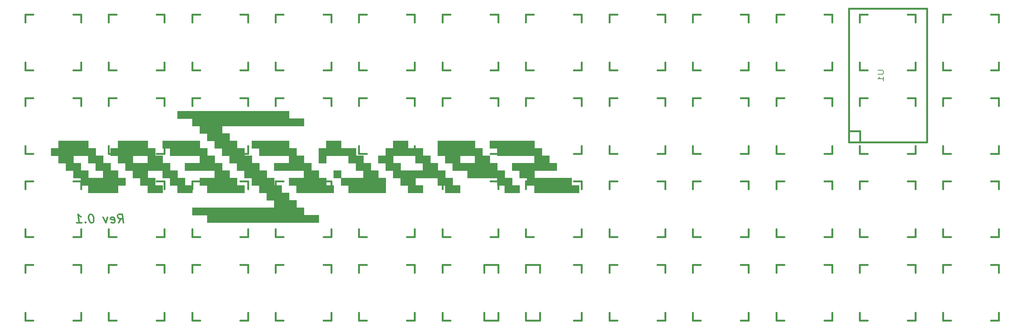
<source format=gbo>
G04 #@! TF.GenerationSoftware,KiCad,Pcbnew,(5.0.2-5-10.14)*
G04 #@! TF.CreationDate,2019-03-11T15:43:47+02:00*
G04 #@! TF.ProjectId,1_proto,315f7072-6f74-46f2-9e6b-696361645f70,rev?*
G04 #@! TF.SameCoordinates,Original*
G04 #@! TF.FileFunction,Legend,Bot*
G04 #@! TF.FilePolarity,Positive*
%FSLAX46Y46*%
G04 Gerber Fmt 4.6, Leading zero omitted, Abs format (unit mm)*
G04 Created by KiCad (PCBNEW (5.0.2-5-10.14)) date Monday, March 11, 2019 at 03:43:47 PM*
%MOMM*%
%LPD*%
G01*
G04 APERTURE LIST*
%ADD10C,0.300000*%
%ADD11C,0.381000*%
%ADD12C,0.010000*%
%ADD13C,0.203200*%
G04 APERTURE END LIST*
D10*
X57892827Y-122654761D02*
X58440446Y-121702380D01*
X59035684Y-122654761D02*
X58785684Y-120654761D01*
X58023779Y-120654761D01*
X57845208Y-120750000D01*
X57761875Y-120845238D01*
X57690446Y-121035714D01*
X57726160Y-121321428D01*
X57845208Y-121511904D01*
X57952351Y-121607142D01*
X58154732Y-121702380D01*
X58916636Y-121702380D01*
X56261875Y-122559523D02*
X56464255Y-122654761D01*
X56845208Y-122654761D01*
X57023779Y-122559523D01*
X57095208Y-122369047D01*
X56999970Y-121607142D01*
X56880922Y-121416666D01*
X56678541Y-121321428D01*
X56297589Y-121321428D01*
X56119017Y-121416666D01*
X56047589Y-121607142D01*
X56071398Y-121797619D01*
X57047589Y-121988095D01*
X55345208Y-121321428D02*
X55035684Y-122654761D01*
X54392827Y-121321428D01*
X51642827Y-120654761D02*
X51452351Y-120654761D01*
X51273779Y-120750000D01*
X51190446Y-120845238D01*
X51119017Y-121035714D01*
X51071398Y-121416666D01*
X51130922Y-121892857D01*
X51273779Y-122273809D01*
X51392827Y-122464285D01*
X51499970Y-122559523D01*
X51702351Y-122654761D01*
X51892827Y-122654761D01*
X52071398Y-122559523D01*
X52154732Y-122464285D01*
X52226160Y-122273809D01*
X52273779Y-121892857D01*
X52214255Y-121416666D01*
X52071398Y-121035714D01*
X51952351Y-120845238D01*
X51845208Y-120750000D01*
X51642827Y-120654761D01*
X50345208Y-122464285D02*
X50261875Y-122559523D01*
X50369017Y-122654761D01*
X50452351Y-122559523D01*
X50345208Y-122464285D01*
X50369017Y-122654761D01*
X48369017Y-122654761D02*
X49511875Y-122654761D01*
X48940446Y-122654761D02*
X48690446Y-120654761D01*
X48916636Y-120940476D01*
X49130922Y-121130952D01*
X49333303Y-121226190D01*
D11*
G04 #@! TO.C,K28*
X144350000Y-133928000D02*
X144350000Y-132150000D01*
X144350000Y-144850000D02*
X144350000Y-143072000D01*
X142572000Y-144850000D02*
X144350000Y-144850000D01*
X131650000Y-144850000D02*
X133428000Y-144850000D01*
X131650000Y-143072000D02*
X131650000Y-144850000D01*
X131650000Y-132150000D02*
X131650000Y-133928000D01*
X133428000Y-132150000D02*
X131650000Y-132150000D01*
X144350000Y-132150000D02*
X142572000Y-132150000D01*
G04 #@! TO.C,K24*
X163350000Y-132150000D02*
X161572000Y-132150000D01*
X152428000Y-132150000D02*
X150650000Y-132150000D01*
X150650000Y-132150000D02*
X150650000Y-133928000D01*
X150650000Y-143072000D02*
X150650000Y-144850000D01*
X150650000Y-144850000D02*
X152428000Y-144850000D01*
X161572000Y-144850000D02*
X163350000Y-144850000D01*
X163350000Y-144850000D02*
X163350000Y-143072000D01*
X163350000Y-133928000D02*
X163350000Y-132150000D01*
G04 #@! TO.C,K24-A1*
X153850000Y-133928000D02*
X153850000Y-132150000D01*
X153850000Y-144850000D02*
X153850000Y-143072000D01*
X152072000Y-144850000D02*
X153850000Y-144850000D01*
X141150000Y-144850000D02*
X142928000Y-144850000D01*
X141150000Y-143072000D02*
X141150000Y-144850000D01*
X141150000Y-132150000D02*
X141150000Y-133928000D01*
X142928000Y-132150000D02*
X141150000Y-132150000D01*
X153850000Y-132150000D02*
X152072000Y-132150000D01*
G04 #@! TO.C,K10*
X220350000Y-94150000D02*
X218572000Y-94150000D01*
X209428000Y-94150000D02*
X207650000Y-94150000D01*
X207650000Y-94150000D02*
X207650000Y-95928000D01*
X207650000Y-105072000D02*
X207650000Y-106850000D01*
X207650000Y-106850000D02*
X209428000Y-106850000D01*
X218572000Y-106850000D02*
X220350000Y-106850000D01*
X220350000Y-106850000D02*
X220350000Y-105072000D01*
X220350000Y-95928000D02*
X220350000Y-94150000D01*
G04 #@! TO.C,K11*
X220350000Y-113150000D02*
X218572000Y-113150000D01*
X209428000Y-113150000D02*
X207650000Y-113150000D01*
X207650000Y-113150000D02*
X207650000Y-114928000D01*
X207650000Y-124072000D02*
X207650000Y-125850000D01*
X207650000Y-125850000D02*
X209428000Y-125850000D01*
X218572000Y-125850000D02*
X220350000Y-125850000D01*
X220350000Y-125850000D02*
X220350000Y-124072000D01*
X220350000Y-114928000D02*
X220350000Y-113150000D01*
G04 #@! TO.C,K12*
X220350000Y-132150000D02*
X218572000Y-132150000D01*
X209428000Y-132150000D02*
X207650000Y-132150000D01*
X207650000Y-132150000D02*
X207650000Y-133928000D01*
X207650000Y-143072000D02*
X207650000Y-144850000D01*
X207650000Y-144850000D02*
X209428000Y-144850000D01*
X218572000Y-144850000D02*
X220350000Y-144850000D01*
X220350000Y-144850000D02*
X220350000Y-143072000D01*
X220350000Y-133928000D02*
X220350000Y-132150000D01*
G04 #@! TO.C,K13*
X201350000Y-75150000D02*
X199572000Y-75150000D01*
X190428000Y-75150000D02*
X188650000Y-75150000D01*
X188650000Y-75150000D02*
X188650000Y-76928000D01*
X188650000Y-86072000D02*
X188650000Y-87850000D01*
X188650000Y-87850000D02*
X190428000Y-87850000D01*
X199572000Y-87850000D02*
X201350000Y-87850000D01*
X201350000Y-87850000D02*
X201350000Y-86072000D01*
X201350000Y-76928000D02*
X201350000Y-75150000D01*
G04 #@! TO.C,K14*
X201350000Y-94150000D02*
X199572000Y-94150000D01*
X190428000Y-94150000D02*
X188650000Y-94150000D01*
X188650000Y-94150000D02*
X188650000Y-95928000D01*
X188650000Y-105072000D02*
X188650000Y-106850000D01*
X188650000Y-106850000D02*
X190428000Y-106850000D01*
X199572000Y-106850000D02*
X201350000Y-106850000D01*
X201350000Y-106850000D02*
X201350000Y-105072000D01*
X201350000Y-95928000D02*
X201350000Y-94150000D01*
G04 #@! TO.C,K15*
X201350000Y-113150000D02*
X199572000Y-113150000D01*
X190428000Y-113150000D02*
X188650000Y-113150000D01*
X188650000Y-113150000D02*
X188650000Y-114928000D01*
X188650000Y-124072000D02*
X188650000Y-125850000D01*
X188650000Y-125850000D02*
X190428000Y-125850000D01*
X199572000Y-125850000D02*
X201350000Y-125850000D01*
X201350000Y-125850000D02*
X201350000Y-124072000D01*
X201350000Y-114928000D02*
X201350000Y-113150000D01*
G04 #@! TO.C,K16*
X201350000Y-132150000D02*
X199572000Y-132150000D01*
X190428000Y-132150000D02*
X188650000Y-132150000D01*
X188650000Y-132150000D02*
X188650000Y-133928000D01*
X188650000Y-143072000D02*
X188650000Y-144850000D01*
X188650000Y-144850000D02*
X190428000Y-144850000D01*
X199572000Y-144850000D02*
X201350000Y-144850000D01*
X201350000Y-144850000D02*
X201350000Y-143072000D01*
X201350000Y-133928000D02*
X201350000Y-132150000D01*
G04 #@! TO.C,K17*
X182350000Y-75150000D02*
X180572000Y-75150000D01*
X171428000Y-75150000D02*
X169650000Y-75150000D01*
X169650000Y-75150000D02*
X169650000Y-76928000D01*
X169650000Y-86072000D02*
X169650000Y-87850000D01*
X169650000Y-87850000D02*
X171428000Y-87850000D01*
X180572000Y-87850000D02*
X182350000Y-87850000D01*
X182350000Y-87850000D02*
X182350000Y-86072000D01*
X182350000Y-76928000D02*
X182350000Y-75150000D01*
G04 #@! TO.C,K18*
X182350000Y-94150000D02*
X180572000Y-94150000D01*
X171428000Y-94150000D02*
X169650000Y-94150000D01*
X169650000Y-94150000D02*
X169650000Y-95928000D01*
X169650000Y-105072000D02*
X169650000Y-106850000D01*
X169650000Y-106850000D02*
X171428000Y-106850000D01*
X180572000Y-106850000D02*
X182350000Y-106850000D01*
X182350000Y-106850000D02*
X182350000Y-105072000D01*
X182350000Y-95928000D02*
X182350000Y-94150000D01*
G04 #@! TO.C,K19*
X182350000Y-113150000D02*
X180572000Y-113150000D01*
X171428000Y-113150000D02*
X169650000Y-113150000D01*
X169650000Y-113150000D02*
X169650000Y-114928000D01*
X169650000Y-124072000D02*
X169650000Y-125850000D01*
X169650000Y-125850000D02*
X171428000Y-125850000D01*
X180572000Y-125850000D02*
X182350000Y-125850000D01*
X182350000Y-125850000D02*
X182350000Y-124072000D01*
X182350000Y-114928000D02*
X182350000Y-113150000D01*
G04 #@! TO.C,K20*
X182350000Y-132150000D02*
X180572000Y-132150000D01*
X171428000Y-132150000D02*
X169650000Y-132150000D01*
X169650000Y-132150000D02*
X169650000Y-133928000D01*
X169650000Y-143072000D02*
X169650000Y-144850000D01*
X169650000Y-144850000D02*
X171428000Y-144850000D01*
X180572000Y-144850000D02*
X182350000Y-144850000D01*
X182350000Y-144850000D02*
X182350000Y-143072000D01*
X182350000Y-133928000D02*
X182350000Y-132150000D01*
G04 #@! TO.C,K21*
X163350000Y-75150000D02*
X161572000Y-75150000D01*
X152428000Y-75150000D02*
X150650000Y-75150000D01*
X150650000Y-75150000D02*
X150650000Y-76928000D01*
X150650000Y-86072000D02*
X150650000Y-87850000D01*
X150650000Y-87850000D02*
X152428000Y-87850000D01*
X161572000Y-87850000D02*
X163350000Y-87850000D01*
X163350000Y-87850000D02*
X163350000Y-86072000D01*
X163350000Y-76928000D02*
X163350000Y-75150000D01*
G04 #@! TO.C,K22*
X163350000Y-94150000D02*
X161572000Y-94150000D01*
X152428000Y-94150000D02*
X150650000Y-94150000D01*
X150650000Y-94150000D02*
X150650000Y-95928000D01*
X150650000Y-105072000D02*
X150650000Y-106850000D01*
X150650000Y-106850000D02*
X152428000Y-106850000D01*
X161572000Y-106850000D02*
X163350000Y-106850000D01*
X163350000Y-106850000D02*
X163350000Y-105072000D01*
X163350000Y-95928000D02*
X163350000Y-94150000D01*
G04 #@! TO.C,K23*
X163350000Y-113150000D02*
X161572000Y-113150000D01*
X152428000Y-113150000D02*
X150650000Y-113150000D01*
X150650000Y-113150000D02*
X150650000Y-114928000D01*
X150650000Y-124072000D02*
X150650000Y-125850000D01*
X150650000Y-125850000D02*
X152428000Y-125850000D01*
X161572000Y-125850000D02*
X163350000Y-125850000D01*
X163350000Y-125850000D02*
X163350000Y-124072000D01*
X163350000Y-114928000D02*
X163350000Y-113150000D01*
G04 #@! TO.C,K25*
X144350000Y-76928000D02*
X144350000Y-75150000D01*
X144350000Y-87850000D02*
X144350000Y-86072000D01*
X142572000Y-87850000D02*
X144350000Y-87850000D01*
X131650000Y-87850000D02*
X133428000Y-87850000D01*
X131650000Y-86072000D02*
X131650000Y-87850000D01*
X131650000Y-75150000D02*
X131650000Y-76928000D01*
X133428000Y-75150000D02*
X131650000Y-75150000D01*
X144350000Y-75150000D02*
X142572000Y-75150000D01*
G04 #@! TO.C,K26*
X144350000Y-95928000D02*
X144350000Y-94150000D01*
X144350000Y-106850000D02*
X144350000Y-105072000D01*
X142572000Y-106850000D02*
X144350000Y-106850000D01*
X131650000Y-106850000D02*
X133428000Y-106850000D01*
X131650000Y-105072000D02*
X131650000Y-106850000D01*
X131650000Y-94150000D02*
X131650000Y-95928000D01*
X133428000Y-94150000D02*
X131650000Y-94150000D01*
X144350000Y-94150000D02*
X142572000Y-94150000D01*
G04 #@! TO.C,K27*
X144350000Y-114928000D02*
X144350000Y-113150000D01*
X144350000Y-125850000D02*
X144350000Y-124072000D01*
X142572000Y-125850000D02*
X144350000Y-125850000D01*
X131650000Y-125850000D02*
X133428000Y-125850000D01*
X131650000Y-124072000D02*
X131650000Y-125850000D01*
X131650000Y-113150000D02*
X131650000Y-114928000D01*
X133428000Y-113150000D02*
X131650000Y-113150000D01*
X144350000Y-113150000D02*
X142572000Y-113150000D01*
G04 #@! TO.C,K29*
X125350000Y-76928000D02*
X125350000Y-75150000D01*
X125350000Y-87850000D02*
X125350000Y-86072000D01*
X123572000Y-87850000D02*
X125350000Y-87850000D01*
X112650000Y-87850000D02*
X114428000Y-87850000D01*
X112650000Y-86072000D02*
X112650000Y-87850000D01*
X112650000Y-75150000D02*
X112650000Y-76928000D01*
X114428000Y-75150000D02*
X112650000Y-75150000D01*
X125350000Y-75150000D02*
X123572000Y-75150000D01*
G04 #@! TO.C,K30*
X125350000Y-95928000D02*
X125350000Y-94150000D01*
X125350000Y-106850000D02*
X125350000Y-105072000D01*
X123572000Y-106850000D02*
X125350000Y-106850000D01*
X112650000Y-106850000D02*
X114428000Y-106850000D01*
X112650000Y-105072000D02*
X112650000Y-106850000D01*
X112650000Y-94150000D02*
X112650000Y-95928000D01*
X114428000Y-94150000D02*
X112650000Y-94150000D01*
X125350000Y-94150000D02*
X123572000Y-94150000D01*
G04 #@! TO.C,K31*
X125350000Y-114928000D02*
X125350000Y-113150000D01*
X125350000Y-125850000D02*
X125350000Y-124072000D01*
X123572000Y-125850000D02*
X125350000Y-125850000D01*
X112650000Y-125850000D02*
X114428000Y-125850000D01*
X112650000Y-124072000D02*
X112650000Y-125850000D01*
X112650000Y-113150000D02*
X112650000Y-114928000D01*
X114428000Y-113150000D02*
X112650000Y-113150000D01*
X125350000Y-113150000D02*
X123572000Y-113150000D01*
G04 #@! TO.C,K32*
X125350000Y-133928000D02*
X125350000Y-132150000D01*
X125350000Y-144850000D02*
X125350000Y-143072000D01*
X123572000Y-144850000D02*
X125350000Y-144850000D01*
X112650000Y-144850000D02*
X114428000Y-144850000D01*
X112650000Y-143072000D02*
X112650000Y-144850000D01*
X112650000Y-132150000D02*
X112650000Y-133928000D01*
X114428000Y-132150000D02*
X112650000Y-132150000D01*
X125350000Y-132150000D02*
X123572000Y-132150000D01*
G04 #@! TO.C,K33*
X106350000Y-76928000D02*
X106350000Y-75150000D01*
X106350000Y-87850000D02*
X106350000Y-86072000D01*
X104572000Y-87850000D02*
X106350000Y-87850000D01*
X93650000Y-87850000D02*
X95428000Y-87850000D01*
X93650000Y-86072000D02*
X93650000Y-87850000D01*
X93650000Y-75150000D02*
X93650000Y-76928000D01*
X95428000Y-75150000D02*
X93650000Y-75150000D01*
X106350000Y-75150000D02*
X104572000Y-75150000D01*
G04 #@! TO.C,K34*
X106350000Y-95928000D02*
X106350000Y-94150000D01*
X106350000Y-106850000D02*
X106350000Y-105072000D01*
X104572000Y-106850000D02*
X106350000Y-106850000D01*
X93650000Y-106850000D02*
X95428000Y-106850000D01*
X93650000Y-105072000D02*
X93650000Y-106850000D01*
X93650000Y-94150000D02*
X93650000Y-95928000D01*
X95428000Y-94150000D02*
X93650000Y-94150000D01*
X106350000Y-94150000D02*
X104572000Y-94150000D01*
G04 #@! TO.C,K35*
X106350000Y-114928000D02*
X106350000Y-113150000D01*
X106350000Y-125850000D02*
X106350000Y-124072000D01*
X104572000Y-125850000D02*
X106350000Y-125850000D01*
X93650000Y-125850000D02*
X95428000Y-125850000D01*
X93650000Y-124072000D02*
X93650000Y-125850000D01*
X93650000Y-113150000D02*
X93650000Y-114928000D01*
X95428000Y-113150000D02*
X93650000Y-113150000D01*
X106350000Y-113150000D02*
X104572000Y-113150000D01*
G04 #@! TO.C,K36*
X106350000Y-133928000D02*
X106350000Y-132150000D01*
X106350000Y-144850000D02*
X106350000Y-143072000D01*
X104572000Y-144850000D02*
X106350000Y-144850000D01*
X93650000Y-144850000D02*
X95428000Y-144850000D01*
X93650000Y-143072000D02*
X93650000Y-144850000D01*
X93650000Y-132150000D02*
X93650000Y-133928000D01*
X95428000Y-132150000D02*
X93650000Y-132150000D01*
X106350000Y-132150000D02*
X104572000Y-132150000D01*
G04 #@! TO.C,K37*
X87350000Y-76928000D02*
X87350000Y-75150000D01*
X87350000Y-87850000D02*
X87350000Y-86072000D01*
X85572000Y-87850000D02*
X87350000Y-87850000D01*
X74650000Y-87850000D02*
X76428000Y-87850000D01*
X74650000Y-86072000D02*
X74650000Y-87850000D01*
X74650000Y-75150000D02*
X74650000Y-76928000D01*
X76428000Y-75150000D02*
X74650000Y-75150000D01*
X87350000Y-75150000D02*
X85572000Y-75150000D01*
G04 #@! TO.C,K38*
X87350000Y-95928000D02*
X87350000Y-94150000D01*
X87350000Y-106850000D02*
X87350000Y-105072000D01*
X85572000Y-106850000D02*
X87350000Y-106850000D01*
X74650000Y-106850000D02*
X76428000Y-106850000D01*
X74650000Y-105072000D02*
X74650000Y-106850000D01*
X74650000Y-94150000D02*
X74650000Y-95928000D01*
X76428000Y-94150000D02*
X74650000Y-94150000D01*
X87350000Y-94150000D02*
X85572000Y-94150000D01*
G04 #@! TO.C,K39*
X87350000Y-114928000D02*
X87350000Y-113150000D01*
X87350000Y-125850000D02*
X87350000Y-124072000D01*
X85572000Y-125850000D02*
X87350000Y-125850000D01*
X74650000Y-125850000D02*
X76428000Y-125850000D01*
X74650000Y-124072000D02*
X74650000Y-125850000D01*
X74650000Y-113150000D02*
X74650000Y-114928000D01*
X76428000Y-113150000D02*
X74650000Y-113150000D01*
X87350000Y-113150000D02*
X85572000Y-113150000D01*
G04 #@! TO.C,K40*
X87350000Y-133928000D02*
X87350000Y-132150000D01*
X87350000Y-144850000D02*
X87350000Y-143072000D01*
X85572000Y-144850000D02*
X87350000Y-144850000D01*
X74650000Y-144850000D02*
X76428000Y-144850000D01*
X74650000Y-143072000D02*
X74650000Y-144850000D01*
X74650000Y-132150000D02*
X74650000Y-133928000D01*
X76428000Y-132150000D02*
X74650000Y-132150000D01*
X87350000Y-132150000D02*
X85572000Y-132150000D01*
G04 #@! TO.C,K41*
X68350000Y-76928000D02*
X68350000Y-75150000D01*
X68350000Y-87850000D02*
X68350000Y-86072000D01*
X66572000Y-87850000D02*
X68350000Y-87850000D01*
X55650000Y-87850000D02*
X57428000Y-87850000D01*
X55650000Y-86072000D02*
X55650000Y-87850000D01*
X55650000Y-75150000D02*
X55650000Y-76928000D01*
X57428000Y-75150000D02*
X55650000Y-75150000D01*
X68350000Y-75150000D02*
X66572000Y-75150000D01*
G04 #@! TO.C,K42*
X68350000Y-95928000D02*
X68350000Y-94150000D01*
X68350000Y-106850000D02*
X68350000Y-105072000D01*
X66572000Y-106850000D02*
X68350000Y-106850000D01*
X55650000Y-106850000D02*
X57428000Y-106850000D01*
X55650000Y-105072000D02*
X55650000Y-106850000D01*
X55650000Y-94150000D02*
X55650000Y-95928000D01*
X57428000Y-94150000D02*
X55650000Y-94150000D01*
X68350000Y-94150000D02*
X66572000Y-94150000D01*
G04 #@! TO.C,K43*
X68350000Y-114928000D02*
X68350000Y-113150000D01*
X68350000Y-125850000D02*
X68350000Y-124072000D01*
X66572000Y-125850000D02*
X68350000Y-125850000D01*
X55650000Y-125850000D02*
X57428000Y-125850000D01*
X55650000Y-124072000D02*
X55650000Y-125850000D01*
X55650000Y-113150000D02*
X55650000Y-114928000D01*
X57428000Y-113150000D02*
X55650000Y-113150000D01*
X68350000Y-113150000D02*
X66572000Y-113150000D01*
G04 #@! TO.C,K44*
X68350000Y-133928000D02*
X68350000Y-132150000D01*
X68350000Y-144850000D02*
X68350000Y-143072000D01*
X66572000Y-144850000D02*
X68350000Y-144850000D01*
X55650000Y-144850000D02*
X57428000Y-144850000D01*
X55650000Y-143072000D02*
X55650000Y-144850000D01*
X55650000Y-132150000D02*
X55650000Y-133928000D01*
X57428000Y-132150000D02*
X55650000Y-132150000D01*
X68350000Y-132150000D02*
X66572000Y-132150000D01*
G04 #@! TO.C,K45*
X49350000Y-76928000D02*
X49350000Y-75150000D01*
X49350000Y-87850000D02*
X49350000Y-86072000D01*
X47572000Y-87850000D02*
X49350000Y-87850000D01*
X36650000Y-87850000D02*
X38428000Y-87850000D01*
X36650000Y-86072000D02*
X36650000Y-87850000D01*
X36650000Y-75150000D02*
X36650000Y-76928000D01*
X38428000Y-75150000D02*
X36650000Y-75150000D01*
X49350000Y-75150000D02*
X47572000Y-75150000D01*
G04 #@! TO.C,K46*
X49350000Y-95928000D02*
X49350000Y-94150000D01*
X49350000Y-106850000D02*
X49350000Y-105072000D01*
X47572000Y-106850000D02*
X49350000Y-106850000D01*
X36650000Y-106850000D02*
X38428000Y-106850000D01*
X36650000Y-105072000D02*
X36650000Y-106850000D01*
X36650000Y-94150000D02*
X36650000Y-95928000D01*
X38428000Y-94150000D02*
X36650000Y-94150000D01*
X49350000Y-94150000D02*
X47572000Y-94150000D01*
G04 #@! TO.C,K47*
X49350000Y-114928000D02*
X49350000Y-113150000D01*
X49350000Y-125850000D02*
X49350000Y-124072000D01*
X47572000Y-125850000D02*
X49350000Y-125850000D01*
X36650000Y-125850000D02*
X38428000Y-125850000D01*
X36650000Y-124072000D02*
X36650000Y-125850000D01*
X36650000Y-113150000D02*
X36650000Y-114928000D01*
X38428000Y-113150000D02*
X36650000Y-113150000D01*
X49350000Y-113150000D02*
X47572000Y-113150000D01*
G04 #@! TO.C,K48*
X49350000Y-133928000D02*
X49350000Y-132150000D01*
X49350000Y-144850000D02*
X49350000Y-143072000D01*
X47572000Y-144850000D02*
X49350000Y-144850000D01*
X36650000Y-144850000D02*
X38428000Y-144850000D01*
X36650000Y-143072000D02*
X36650000Y-144850000D01*
X36650000Y-132150000D02*
X36650000Y-133928000D01*
X38428000Y-132150000D02*
X36650000Y-132150000D01*
X49350000Y-132150000D02*
X47572000Y-132150000D01*
G04 #@! TO.C,U1*
X242010000Y-104240000D02*
X224230000Y-104240000D01*
X224230000Y-104240000D02*
X224230000Y-73760000D01*
X224230000Y-73760000D02*
X242010000Y-73760000D01*
X242010000Y-73760000D02*
X242010000Y-104240000D01*
X226770000Y-104240000D02*
X226770000Y-101700000D01*
X226770000Y-101700000D02*
X224230000Y-101700000D01*
G04 #@! TO.C,K1*
X258350000Y-75150000D02*
X256572000Y-75150000D01*
X247428000Y-75150000D02*
X245650000Y-75150000D01*
X245650000Y-75150000D02*
X245650000Y-76928000D01*
X245650000Y-86072000D02*
X245650000Y-87850000D01*
X245650000Y-87850000D02*
X247428000Y-87850000D01*
X256572000Y-87850000D02*
X258350000Y-87850000D01*
X258350000Y-87850000D02*
X258350000Y-86072000D01*
X258350000Y-76928000D02*
X258350000Y-75150000D01*
G04 #@! TO.C,K2*
X258350000Y-94150000D02*
X256572000Y-94150000D01*
X247428000Y-94150000D02*
X245650000Y-94150000D01*
X245650000Y-94150000D02*
X245650000Y-95928000D01*
X245650000Y-105072000D02*
X245650000Y-106850000D01*
X245650000Y-106850000D02*
X247428000Y-106850000D01*
X256572000Y-106850000D02*
X258350000Y-106850000D01*
X258350000Y-106850000D02*
X258350000Y-105072000D01*
X258350000Y-95928000D02*
X258350000Y-94150000D01*
G04 #@! TO.C,K3*
X258350000Y-113150000D02*
X256572000Y-113150000D01*
X247428000Y-113150000D02*
X245650000Y-113150000D01*
X245650000Y-113150000D02*
X245650000Y-114928000D01*
X245650000Y-124072000D02*
X245650000Y-125850000D01*
X245650000Y-125850000D02*
X247428000Y-125850000D01*
X256572000Y-125850000D02*
X258350000Y-125850000D01*
X258350000Y-125850000D02*
X258350000Y-124072000D01*
X258350000Y-114928000D02*
X258350000Y-113150000D01*
G04 #@! TO.C,K4*
X258350000Y-132150000D02*
X256572000Y-132150000D01*
X247428000Y-132150000D02*
X245650000Y-132150000D01*
X245650000Y-132150000D02*
X245650000Y-133928000D01*
X245650000Y-143072000D02*
X245650000Y-144850000D01*
X245650000Y-144850000D02*
X247428000Y-144850000D01*
X256572000Y-144850000D02*
X258350000Y-144850000D01*
X258350000Y-144850000D02*
X258350000Y-143072000D01*
X258350000Y-133928000D02*
X258350000Y-132150000D01*
G04 #@! TO.C,K5*
X239350000Y-75150000D02*
X237572000Y-75150000D01*
X228428000Y-75150000D02*
X226650000Y-75150000D01*
X226650000Y-75150000D02*
X226650000Y-76928000D01*
X226650000Y-86072000D02*
X226650000Y-87850000D01*
X226650000Y-87850000D02*
X228428000Y-87850000D01*
X237572000Y-87850000D02*
X239350000Y-87850000D01*
X239350000Y-87850000D02*
X239350000Y-86072000D01*
X239350000Y-76928000D02*
X239350000Y-75150000D01*
G04 #@! TO.C,K6*
X239350000Y-94150000D02*
X237572000Y-94150000D01*
X228428000Y-94150000D02*
X226650000Y-94150000D01*
X226650000Y-94150000D02*
X226650000Y-95928000D01*
X226650000Y-105072000D02*
X226650000Y-106850000D01*
X226650000Y-106850000D02*
X228428000Y-106850000D01*
X237572000Y-106850000D02*
X239350000Y-106850000D01*
X239350000Y-106850000D02*
X239350000Y-105072000D01*
X239350000Y-95928000D02*
X239350000Y-94150000D01*
G04 #@! TO.C,K7*
X239350000Y-113150000D02*
X237572000Y-113150000D01*
X228428000Y-113150000D02*
X226650000Y-113150000D01*
X226650000Y-113150000D02*
X226650000Y-114928000D01*
X226650000Y-124072000D02*
X226650000Y-125850000D01*
X226650000Y-125850000D02*
X228428000Y-125850000D01*
X237572000Y-125850000D02*
X239350000Y-125850000D01*
X239350000Y-125850000D02*
X239350000Y-124072000D01*
X239350000Y-114928000D02*
X239350000Y-113150000D01*
G04 #@! TO.C,K8*
X239350000Y-132150000D02*
X237572000Y-132150000D01*
X228428000Y-132150000D02*
X226650000Y-132150000D01*
X226650000Y-132150000D02*
X226650000Y-133928000D01*
X226650000Y-143072000D02*
X226650000Y-144850000D01*
X226650000Y-144850000D02*
X228428000Y-144850000D01*
X237572000Y-144850000D02*
X239350000Y-144850000D01*
X239350000Y-144850000D02*
X239350000Y-143072000D01*
X239350000Y-133928000D02*
X239350000Y-132150000D01*
G04 #@! TO.C,K9*
X220350000Y-75150000D02*
X218572000Y-75150000D01*
X209428000Y-75150000D02*
X207650000Y-75150000D01*
X207650000Y-75150000D02*
X207650000Y-76928000D01*
X207650000Y-86072000D02*
X207650000Y-87850000D01*
X207650000Y-87850000D02*
X209428000Y-87850000D01*
X218572000Y-87850000D02*
X220350000Y-87850000D01*
X220350000Y-87850000D02*
X220350000Y-86072000D01*
X220350000Y-76928000D02*
X220350000Y-75150000D01*
D12*
G04 #@! TO.C,G\002A\002A\002A*
G36*
X44220000Y-105593334D02*
X42526666Y-105593334D01*
X42526666Y-107286667D01*
X44220000Y-107286667D01*
X44220000Y-108980000D01*
X45913333Y-108980000D01*
X45913333Y-110673334D01*
X47606666Y-110673334D01*
X47606666Y-112366667D01*
X49300000Y-112366667D01*
X49300000Y-114060000D01*
X50993333Y-114060000D01*
X50993333Y-115753334D01*
X57766666Y-115753334D01*
X57766666Y-114060000D01*
X59460000Y-114060000D01*
X59460000Y-112366667D01*
X57766666Y-112366667D01*
X57766666Y-110673334D01*
X56073333Y-110673334D01*
X54380000Y-110673334D01*
X54380000Y-112366667D01*
X50993333Y-112366667D01*
X50993333Y-110673334D01*
X49300000Y-110673334D01*
X49300000Y-108980000D01*
X47606666Y-108980000D01*
X47606666Y-107286667D01*
X50993333Y-107286667D01*
X50993333Y-108980000D01*
X52686666Y-108980000D01*
X52686666Y-110673334D01*
X54380000Y-110673334D01*
X56073333Y-110673334D01*
X56073333Y-108980000D01*
X54380000Y-108980000D01*
X54380000Y-107286667D01*
X52686666Y-107286667D01*
X52686666Y-105593334D01*
X50993333Y-105593334D01*
X50993333Y-103900000D01*
X44220000Y-103900000D01*
X44220000Y-105593334D01*
X44220000Y-105593334D01*
G37*
X44220000Y-105593334D02*
X42526666Y-105593334D01*
X42526666Y-107286667D01*
X44220000Y-107286667D01*
X44220000Y-108980000D01*
X45913333Y-108980000D01*
X45913333Y-110673334D01*
X47606666Y-110673334D01*
X47606666Y-112366667D01*
X49300000Y-112366667D01*
X49300000Y-114060000D01*
X50993333Y-114060000D01*
X50993333Y-115753334D01*
X57766666Y-115753334D01*
X57766666Y-114060000D01*
X59460000Y-114060000D01*
X59460000Y-112366667D01*
X57766666Y-112366667D01*
X57766666Y-110673334D01*
X56073333Y-110673334D01*
X54380000Y-110673334D01*
X54380000Y-112366667D01*
X50993333Y-112366667D01*
X50993333Y-110673334D01*
X49300000Y-110673334D01*
X49300000Y-108980000D01*
X47606666Y-108980000D01*
X47606666Y-107286667D01*
X50993333Y-107286667D01*
X50993333Y-108980000D01*
X52686666Y-108980000D01*
X52686666Y-110673334D01*
X54380000Y-110673334D01*
X56073333Y-110673334D01*
X56073333Y-108980000D01*
X54380000Y-108980000D01*
X54380000Y-107286667D01*
X52686666Y-107286667D01*
X52686666Y-105593334D01*
X50993333Y-105593334D01*
X50993333Y-103900000D01*
X44220000Y-103900000D01*
X44220000Y-105593334D01*
G36*
X57766666Y-105593334D02*
X56073333Y-105593334D01*
X56073333Y-107286667D01*
X57766666Y-107286667D01*
X57766666Y-108980000D01*
X59460000Y-108980000D01*
X59460000Y-110673334D01*
X61153333Y-110673334D01*
X61153333Y-112366667D01*
X62846666Y-112366667D01*
X62846666Y-114060000D01*
X64540000Y-114060000D01*
X64540000Y-115753334D01*
X67926666Y-115753334D01*
X67926666Y-114060000D01*
X66233333Y-114060000D01*
X66233333Y-112366667D01*
X64540000Y-112366667D01*
X64540000Y-110673334D01*
X67926666Y-110673334D01*
X67926666Y-112366667D01*
X69620000Y-112366667D01*
X69620000Y-114060000D01*
X71313333Y-114060000D01*
X71313333Y-115753334D01*
X74700000Y-115753334D01*
X74700000Y-114060000D01*
X73006666Y-114060000D01*
X73006666Y-112366667D01*
X71313333Y-112366667D01*
X71313333Y-110673334D01*
X69620000Y-110673334D01*
X69620000Y-108980000D01*
X67926666Y-108980000D01*
X67926666Y-107286667D01*
X66233333Y-107286667D01*
X64540000Y-107286667D01*
X64540000Y-108980000D01*
X61153333Y-108980000D01*
X61153333Y-107286667D01*
X64540000Y-107286667D01*
X66233333Y-107286667D01*
X66233333Y-105593334D01*
X64540000Y-105593334D01*
X64540000Y-103900000D01*
X57766666Y-103900000D01*
X57766666Y-105593334D01*
X57766666Y-105593334D01*
G37*
X57766666Y-105593334D02*
X56073333Y-105593334D01*
X56073333Y-107286667D01*
X57766666Y-107286667D01*
X57766666Y-108980000D01*
X59460000Y-108980000D01*
X59460000Y-110673334D01*
X61153333Y-110673334D01*
X61153333Y-112366667D01*
X62846666Y-112366667D01*
X62846666Y-114060000D01*
X64540000Y-114060000D01*
X64540000Y-115753334D01*
X67926666Y-115753334D01*
X67926666Y-114060000D01*
X66233333Y-114060000D01*
X66233333Y-112366667D01*
X64540000Y-112366667D01*
X64540000Y-110673334D01*
X67926666Y-110673334D01*
X67926666Y-112366667D01*
X69620000Y-112366667D01*
X69620000Y-114060000D01*
X71313333Y-114060000D01*
X71313333Y-115753334D01*
X74700000Y-115753334D01*
X74700000Y-114060000D01*
X73006666Y-114060000D01*
X73006666Y-112366667D01*
X71313333Y-112366667D01*
X71313333Y-110673334D01*
X69620000Y-110673334D01*
X69620000Y-108980000D01*
X67926666Y-108980000D01*
X67926666Y-107286667D01*
X66233333Y-107286667D01*
X64540000Y-107286667D01*
X64540000Y-108980000D01*
X61153333Y-108980000D01*
X61153333Y-107286667D01*
X64540000Y-107286667D01*
X66233333Y-107286667D01*
X66233333Y-105593334D01*
X64540000Y-105593334D01*
X64540000Y-103900000D01*
X57766666Y-103900000D01*
X57766666Y-105593334D01*
G36*
X67926666Y-105593334D02*
X69620000Y-105593334D01*
X69620000Y-107286667D01*
X76393333Y-107286667D01*
X76393333Y-108980000D01*
X73006666Y-108980000D01*
X73006666Y-110673334D01*
X79780000Y-110673334D01*
X79780000Y-112366667D01*
X76393333Y-112366667D01*
X76393333Y-114060000D01*
X78086666Y-114060000D01*
X78086666Y-115753334D01*
X86553333Y-115753334D01*
X86553333Y-114060000D01*
X84860000Y-114060000D01*
X84860000Y-112366667D01*
X83166666Y-112366667D01*
X83166666Y-110673334D01*
X81473333Y-110673334D01*
X81473333Y-108980000D01*
X79780000Y-108980000D01*
X79780000Y-107286667D01*
X78086666Y-107286667D01*
X78086666Y-105593334D01*
X76393333Y-105593334D01*
X76393333Y-103900000D01*
X67926666Y-103900000D01*
X67926666Y-105593334D01*
X67926666Y-105593334D01*
G37*
X67926666Y-105593334D02*
X69620000Y-105593334D01*
X69620000Y-107286667D01*
X76393333Y-107286667D01*
X76393333Y-108980000D01*
X73006666Y-108980000D01*
X73006666Y-110673334D01*
X79780000Y-110673334D01*
X79780000Y-112366667D01*
X76393333Y-112366667D01*
X76393333Y-114060000D01*
X78086666Y-114060000D01*
X78086666Y-115753334D01*
X86553333Y-115753334D01*
X86553333Y-114060000D01*
X84860000Y-114060000D01*
X84860000Y-112366667D01*
X83166666Y-112366667D01*
X83166666Y-110673334D01*
X81473333Y-110673334D01*
X81473333Y-108980000D01*
X79780000Y-108980000D01*
X79780000Y-107286667D01*
X78086666Y-107286667D01*
X78086666Y-105593334D01*
X76393333Y-105593334D01*
X76393333Y-103900000D01*
X67926666Y-103900000D01*
X67926666Y-105593334D01*
G36*
X88246666Y-105593334D02*
X89940000Y-105593334D01*
X89940000Y-107286667D01*
X96713333Y-107286667D01*
X96713333Y-108980000D01*
X93326666Y-108980000D01*
X93326666Y-110673334D01*
X100100000Y-110673334D01*
X100100000Y-112366667D01*
X96713333Y-112366667D01*
X96713333Y-114060000D01*
X98406666Y-114060000D01*
X98406666Y-115753334D01*
X106873333Y-115753334D01*
X106873333Y-114060000D01*
X105180000Y-114060000D01*
X105180000Y-112366667D01*
X103486666Y-112366667D01*
X103486666Y-110673334D01*
X101793333Y-110673334D01*
X101793333Y-108980000D01*
X100100000Y-108980000D01*
X100100000Y-107286667D01*
X98406666Y-107286667D01*
X98406666Y-105593334D01*
X96713333Y-105593334D01*
X96713333Y-103900000D01*
X88246666Y-103900000D01*
X88246666Y-105593334D01*
X88246666Y-105593334D01*
G37*
X88246666Y-105593334D02*
X89940000Y-105593334D01*
X89940000Y-107286667D01*
X96713333Y-107286667D01*
X96713333Y-108980000D01*
X93326666Y-108980000D01*
X93326666Y-110673334D01*
X100100000Y-110673334D01*
X100100000Y-112366667D01*
X96713333Y-112366667D01*
X96713333Y-114060000D01*
X98406666Y-114060000D01*
X98406666Y-115753334D01*
X106873333Y-115753334D01*
X106873333Y-114060000D01*
X105180000Y-114060000D01*
X105180000Y-112366667D01*
X103486666Y-112366667D01*
X103486666Y-110673334D01*
X101793333Y-110673334D01*
X101793333Y-108980000D01*
X100100000Y-108980000D01*
X100100000Y-107286667D01*
X98406666Y-107286667D01*
X98406666Y-105593334D01*
X96713333Y-105593334D01*
X96713333Y-103900000D01*
X88246666Y-103900000D01*
X88246666Y-105593334D01*
G36*
X108566666Y-114060000D02*
X110260000Y-114060000D01*
X110260000Y-115753334D01*
X118726666Y-115753334D01*
X118726666Y-112366667D01*
X117033333Y-112366667D01*
X117033333Y-110673334D01*
X115340000Y-110673334D01*
X115340000Y-108980000D01*
X113646666Y-108980000D01*
X113646666Y-107286667D01*
X111953333Y-107286667D01*
X111953333Y-105593334D01*
X108566666Y-105593334D01*
X108566666Y-103900000D01*
X105180000Y-103900000D01*
X105180000Y-105593334D01*
X103486666Y-105593334D01*
X103486666Y-108980000D01*
X105180000Y-108980000D01*
X105180000Y-107286667D01*
X110260000Y-107286667D01*
X110260000Y-108980000D01*
X111953333Y-108980000D01*
X111953333Y-110673334D01*
X113646666Y-110673334D01*
X113646666Y-112366667D01*
X108566666Y-112366667D01*
X108566666Y-114060000D01*
X108566666Y-114060000D01*
G37*
X108566666Y-114060000D02*
X110260000Y-114060000D01*
X110260000Y-115753334D01*
X118726666Y-115753334D01*
X118726666Y-112366667D01*
X117033333Y-112366667D01*
X117033333Y-110673334D01*
X115340000Y-110673334D01*
X115340000Y-108980000D01*
X113646666Y-108980000D01*
X113646666Y-107286667D01*
X111953333Y-107286667D01*
X111953333Y-105593334D01*
X108566666Y-105593334D01*
X108566666Y-103900000D01*
X105180000Y-103900000D01*
X105180000Y-105593334D01*
X103486666Y-105593334D01*
X103486666Y-108980000D01*
X105180000Y-108980000D01*
X105180000Y-107286667D01*
X110260000Y-107286667D01*
X110260000Y-108980000D01*
X111953333Y-108980000D01*
X111953333Y-110673334D01*
X113646666Y-110673334D01*
X113646666Y-112366667D01*
X108566666Y-112366667D01*
X108566666Y-114060000D01*
G36*
X108566666Y-110673334D02*
X106873333Y-110673334D01*
X106873333Y-112366667D01*
X108566666Y-112366667D01*
X108566666Y-110673334D01*
X108566666Y-110673334D01*
G37*
X108566666Y-110673334D02*
X106873333Y-110673334D01*
X106873333Y-112366667D01*
X108566666Y-112366667D01*
X108566666Y-110673334D01*
G36*
X120420000Y-105593334D02*
X118726666Y-105593334D01*
X118726666Y-107286667D01*
X117033333Y-107286667D01*
X117033333Y-108980000D01*
X118726666Y-108980000D01*
X118726666Y-110673334D01*
X120420000Y-110673334D01*
X120420000Y-112366667D01*
X122113333Y-112366667D01*
X122113333Y-114060000D01*
X123806666Y-114060000D01*
X123806666Y-115753334D01*
X127193333Y-115753334D01*
X127193333Y-114060000D01*
X125500000Y-114060000D01*
X125500000Y-112366667D01*
X130580000Y-112366667D01*
X130580000Y-114060000D01*
X132273333Y-114060000D01*
X132273333Y-115753334D01*
X135660000Y-115753334D01*
X135660000Y-114060000D01*
X133966666Y-114060000D01*
X133966666Y-112366667D01*
X132273333Y-112366667D01*
X132273333Y-110673334D01*
X130580000Y-110673334D01*
X130580000Y-108980000D01*
X128886666Y-108980000D01*
X127193333Y-108980000D01*
X127193333Y-110673334D01*
X122113333Y-110673334D01*
X122113333Y-108980000D01*
X120420000Y-108980000D01*
X120420000Y-107286667D01*
X125500000Y-107286667D01*
X125500000Y-108980000D01*
X127193333Y-108980000D01*
X128886666Y-108980000D01*
X128886666Y-107286667D01*
X127193333Y-107286667D01*
X127193333Y-105593334D01*
X123806666Y-105593334D01*
X123806666Y-103900000D01*
X120420000Y-103900000D01*
X120420000Y-105593334D01*
X120420000Y-105593334D01*
G37*
X120420000Y-105593334D02*
X118726666Y-105593334D01*
X118726666Y-107286667D01*
X117033333Y-107286667D01*
X117033333Y-108980000D01*
X118726666Y-108980000D01*
X118726666Y-110673334D01*
X120420000Y-110673334D01*
X120420000Y-112366667D01*
X122113333Y-112366667D01*
X122113333Y-114060000D01*
X123806666Y-114060000D01*
X123806666Y-115753334D01*
X127193333Y-115753334D01*
X127193333Y-114060000D01*
X125500000Y-114060000D01*
X125500000Y-112366667D01*
X130580000Y-112366667D01*
X130580000Y-114060000D01*
X132273333Y-114060000D01*
X132273333Y-115753334D01*
X135660000Y-115753334D01*
X135660000Y-114060000D01*
X133966666Y-114060000D01*
X133966666Y-112366667D01*
X132273333Y-112366667D01*
X132273333Y-110673334D01*
X130580000Y-110673334D01*
X130580000Y-108980000D01*
X128886666Y-108980000D01*
X127193333Y-108980000D01*
X127193333Y-110673334D01*
X122113333Y-110673334D01*
X122113333Y-108980000D01*
X120420000Y-108980000D01*
X120420000Y-107286667D01*
X125500000Y-107286667D01*
X125500000Y-108980000D01*
X127193333Y-108980000D01*
X128886666Y-108980000D01*
X128886666Y-107286667D01*
X127193333Y-107286667D01*
X127193333Y-105593334D01*
X123806666Y-105593334D01*
X123806666Y-103900000D01*
X120420000Y-103900000D01*
X120420000Y-105593334D01*
G36*
X130580000Y-107286667D02*
X132273333Y-107286667D01*
X132273333Y-108980000D01*
X133966666Y-108980000D01*
X133966666Y-110673334D01*
X137353333Y-110673334D01*
X137353333Y-112366667D01*
X144126666Y-112366667D01*
X144126666Y-114060000D01*
X145820000Y-114060000D01*
X145820000Y-115753334D01*
X149206666Y-115753334D01*
X149206666Y-114060000D01*
X147513333Y-114060000D01*
X147513333Y-112366667D01*
X145820000Y-112366667D01*
X145820000Y-110673334D01*
X144126666Y-110673334D01*
X144126666Y-108980000D01*
X142433333Y-108980000D01*
X142433333Y-107286667D01*
X140740000Y-107286667D01*
X139046666Y-107286667D01*
X139046666Y-108980000D01*
X135660000Y-108980000D01*
X135660000Y-107286667D01*
X139046666Y-107286667D01*
X140740000Y-107286667D01*
X140740000Y-105593334D01*
X139046666Y-105593334D01*
X139046666Y-103900000D01*
X130580000Y-103900000D01*
X130580000Y-107286667D01*
X130580000Y-107286667D01*
G37*
X130580000Y-107286667D02*
X132273333Y-107286667D01*
X132273333Y-108980000D01*
X133966666Y-108980000D01*
X133966666Y-110673334D01*
X137353333Y-110673334D01*
X137353333Y-112366667D01*
X144126666Y-112366667D01*
X144126666Y-114060000D01*
X145820000Y-114060000D01*
X145820000Y-115753334D01*
X149206666Y-115753334D01*
X149206666Y-114060000D01*
X147513333Y-114060000D01*
X147513333Y-112366667D01*
X145820000Y-112366667D01*
X145820000Y-110673334D01*
X144126666Y-110673334D01*
X144126666Y-108980000D01*
X142433333Y-108980000D01*
X142433333Y-107286667D01*
X140740000Y-107286667D01*
X139046666Y-107286667D01*
X139046666Y-108980000D01*
X135660000Y-108980000D01*
X135660000Y-107286667D01*
X139046666Y-107286667D01*
X140740000Y-107286667D01*
X140740000Y-105593334D01*
X139046666Y-105593334D01*
X139046666Y-103900000D01*
X130580000Y-103900000D01*
X130580000Y-107286667D01*
G36*
X142433333Y-105593334D02*
X144126666Y-105593334D01*
X144126666Y-107286667D01*
X152593333Y-107286667D01*
X152593333Y-108980000D01*
X147513333Y-108980000D01*
X147513333Y-110673334D01*
X149206666Y-110673334D01*
X149206666Y-112366667D01*
X150900000Y-112366667D01*
X150900000Y-114060000D01*
X152593333Y-114060000D01*
X152593333Y-115753334D01*
X162753333Y-115753334D01*
X162753333Y-114060000D01*
X161060000Y-114060000D01*
X161060000Y-112366667D01*
X152593333Y-112366667D01*
X152593333Y-110673334D01*
X157673333Y-110673334D01*
X157673333Y-108980000D01*
X155980000Y-108980000D01*
X155980000Y-107286667D01*
X154286666Y-107286667D01*
X154286666Y-105593334D01*
X152593333Y-105593334D01*
X152593333Y-103900000D01*
X142433333Y-103900000D01*
X142433333Y-105593334D01*
X142433333Y-105593334D01*
G37*
X142433333Y-105593334D02*
X144126666Y-105593334D01*
X144126666Y-107286667D01*
X152593333Y-107286667D01*
X152593333Y-108980000D01*
X147513333Y-108980000D01*
X147513333Y-110673334D01*
X149206666Y-110673334D01*
X149206666Y-112366667D01*
X150900000Y-112366667D01*
X150900000Y-114060000D01*
X152593333Y-114060000D01*
X152593333Y-115753334D01*
X162753333Y-115753334D01*
X162753333Y-114060000D01*
X161060000Y-114060000D01*
X161060000Y-112366667D01*
X152593333Y-112366667D01*
X152593333Y-110673334D01*
X157673333Y-110673334D01*
X157673333Y-108980000D01*
X155980000Y-108980000D01*
X155980000Y-107286667D01*
X154286666Y-107286667D01*
X154286666Y-105593334D01*
X152593333Y-105593334D01*
X152593333Y-103900000D01*
X142433333Y-103900000D01*
X142433333Y-105593334D01*
G36*
X71313333Y-98820000D02*
X74700000Y-98820000D01*
X74700000Y-100513334D01*
X76393333Y-100513334D01*
X76393333Y-102206667D01*
X78086666Y-102206667D01*
X78086666Y-103900000D01*
X79780000Y-103900000D01*
X79780000Y-105593334D01*
X81473333Y-105593334D01*
X81473333Y-107286667D01*
X83166666Y-107286667D01*
X83166666Y-108980000D01*
X84860000Y-108980000D01*
X84860000Y-110673334D01*
X86553333Y-110673334D01*
X86553333Y-112366667D01*
X88246666Y-112366667D01*
X88246666Y-114060000D01*
X89940000Y-114060000D01*
X89940000Y-115753334D01*
X91633333Y-115753334D01*
X91633333Y-117446667D01*
X93326666Y-117446667D01*
X93326666Y-119140000D01*
X74700000Y-119140000D01*
X74700000Y-120833334D01*
X78086666Y-120833334D01*
X78086666Y-122526667D01*
X103486666Y-122526667D01*
X103486666Y-120833334D01*
X100100000Y-120833334D01*
X100100000Y-119140000D01*
X98406666Y-119140000D01*
X98406666Y-117446667D01*
X96713333Y-117446667D01*
X96713333Y-115753334D01*
X95020000Y-115753334D01*
X95020000Y-114060000D01*
X93326666Y-114060000D01*
X93326666Y-112366667D01*
X91633333Y-112366667D01*
X91633333Y-110673334D01*
X89940000Y-110673334D01*
X89940000Y-108980000D01*
X88246666Y-108980000D01*
X88246666Y-107286667D01*
X86553333Y-107286667D01*
X86553333Y-105593334D01*
X84860000Y-105593334D01*
X84860000Y-103900000D01*
X83166666Y-103900000D01*
X83166666Y-102206667D01*
X81473333Y-102206667D01*
X81473333Y-100513334D01*
X100100000Y-100513334D01*
X100100000Y-98820000D01*
X96713333Y-98820000D01*
X96713333Y-97126667D01*
X71313333Y-97126667D01*
X71313333Y-98820000D01*
X71313333Y-98820000D01*
G37*
X71313333Y-98820000D02*
X74700000Y-98820000D01*
X74700000Y-100513334D01*
X76393333Y-100513334D01*
X76393333Y-102206667D01*
X78086666Y-102206667D01*
X78086666Y-103900000D01*
X79780000Y-103900000D01*
X79780000Y-105593334D01*
X81473333Y-105593334D01*
X81473333Y-107286667D01*
X83166666Y-107286667D01*
X83166666Y-108980000D01*
X84860000Y-108980000D01*
X84860000Y-110673334D01*
X86553333Y-110673334D01*
X86553333Y-112366667D01*
X88246666Y-112366667D01*
X88246666Y-114060000D01*
X89940000Y-114060000D01*
X89940000Y-115753334D01*
X91633333Y-115753334D01*
X91633333Y-117446667D01*
X93326666Y-117446667D01*
X93326666Y-119140000D01*
X74700000Y-119140000D01*
X74700000Y-120833334D01*
X78086666Y-120833334D01*
X78086666Y-122526667D01*
X103486666Y-122526667D01*
X103486666Y-120833334D01*
X100100000Y-120833334D01*
X100100000Y-119140000D01*
X98406666Y-119140000D01*
X98406666Y-117446667D01*
X96713333Y-117446667D01*
X96713333Y-115753334D01*
X95020000Y-115753334D01*
X95020000Y-114060000D01*
X93326666Y-114060000D01*
X93326666Y-112366667D01*
X91633333Y-112366667D01*
X91633333Y-110673334D01*
X89940000Y-110673334D01*
X89940000Y-108980000D01*
X88246666Y-108980000D01*
X88246666Y-107286667D01*
X86553333Y-107286667D01*
X86553333Y-105593334D01*
X84860000Y-105593334D01*
X84860000Y-103900000D01*
X83166666Y-103900000D01*
X83166666Y-102206667D01*
X81473333Y-102206667D01*
X81473333Y-100513334D01*
X100100000Y-100513334D01*
X100100000Y-98820000D01*
X96713333Y-98820000D01*
X96713333Y-97126667D01*
X71313333Y-97126667D01*
X71313333Y-98820000D01*
G04 #@! TO.C,U1*
D13*
X230799523Y-87838857D02*
X231827619Y-87838857D01*
X231948571Y-87911428D01*
X232009047Y-87984000D01*
X232069523Y-88129142D01*
X232069523Y-88419428D01*
X232009047Y-88564571D01*
X231948571Y-88637142D01*
X231827619Y-88709714D01*
X230799523Y-88709714D01*
X232069523Y-90233714D02*
X232069523Y-89362857D01*
X232069523Y-89798285D02*
X230799523Y-89798285D01*
X230980952Y-89653142D01*
X231101904Y-89508000D01*
X231162380Y-89362857D01*
G04 #@! TD*
M02*

</source>
